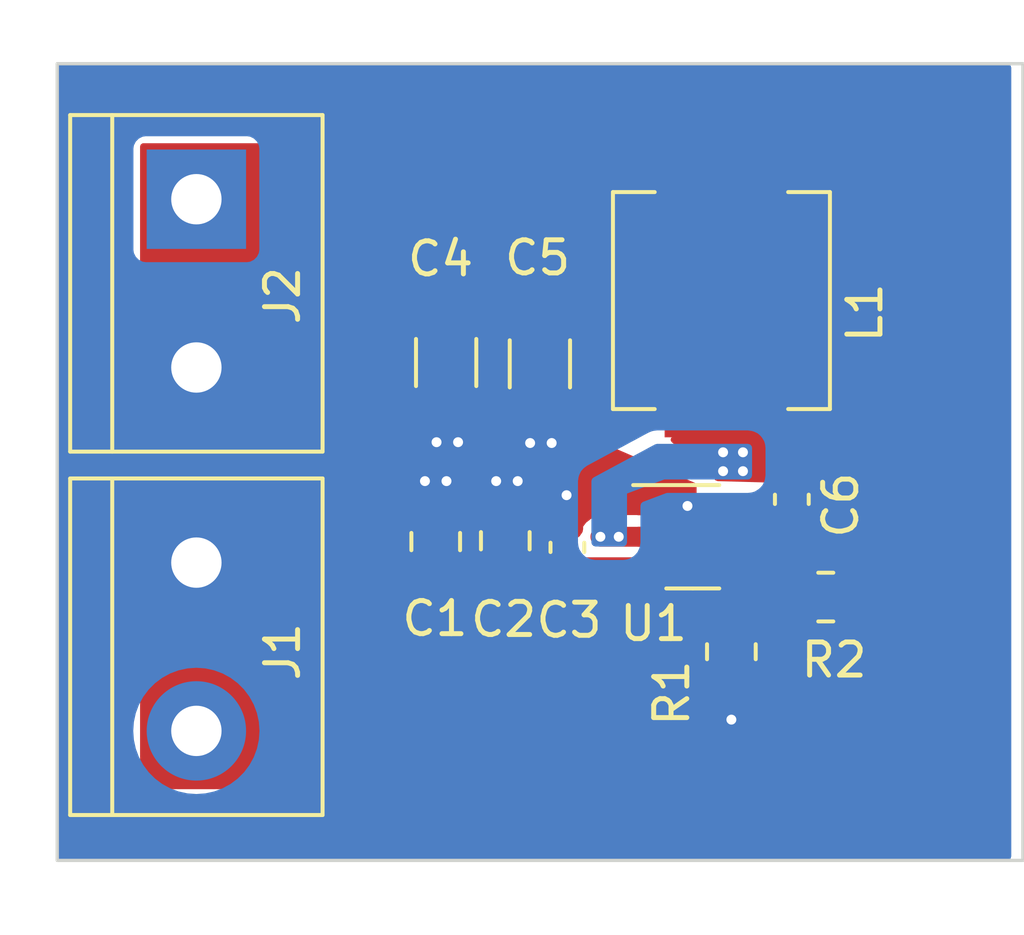
<source format=kicad_pcb>
(kicad_pcb (version 20240108) (generator "pcbnew") (generator_version "8.0")
  (layers (0 "F.Cu" signal) (31 "B.Cu" signal) (34 "B.Paste" user) (35 "F.Paste" user) (36 "B.SilkS" user "B.Silkscreen") (37 "F.SilkS" user "F.Silkscreen") (38 "B.Mask" user) (39 "F.Mask" user) (44 "Edge.Cuts" user))
  (net 0 "")
  (net 1 "VIN")
  (net 2 "GND")
  (net 3 "Net-(U1-VBST)")
  (net 4 "/SW")
  (net 5 "VOUT")
  (net 6 "/FB")
  (footprint "Resistor_SMD:R_0805_2012Metric" (layer "F.Cu") (at 41.45 39.85 -90)
    (property "Reference" "R1" (at 1.25 1.8 90) (layer "F.SilkS"))
    (property "Value" "10k")
    (fp_line (start -0.227064 0.735) (end 0.227064 0.735) (stroke (width 0.12)) (layer "F.SilkS"))
    (fp_line (start -0.227064 -0.735) (end 0.227064 -0.735) (stroke (width 0.12)) (layer "F.SilkS"))
    (pad "1" smd roundrect (at -0.9125 0 270) (size 1.025 1.4) (layers "F.Cu" "F.Paste" "F.Mask") (roundrect_rratio 0.243902) (net 6 "/FB"))
    (pad "2" smd roundrect (at 0.9125 0 270) (size 1.025 1.4) (layers "F.Cu" "F.Paste" "F.Mask") (roundrect_rratio 0.243902) (net 2 "GND"))
  )
  (footprint "TerminalBlock:TerminalBlock_bornier-2_P5.08mm" (layer "F.Cu") (at 25.3 26.19 -90)
    (property "Reference" "J2" (at 2.91 -2.6 90) (layer "F.SilkS"))
    (property "Value" "Screw_Terminal_01x03")
    (fp_line (start -2.54 3.81) (end 7.62 3.81) (stroke (width 0.12)) (layer "F.SilkS"))
    (fp_line (start 7.62 3.81) (end 7.62 -3.81) (stroke (width 0.12)) (layer "F.SilkS"))
    (fp_line (start 7.62 2.54) (end -2.54 2.54) (stroke (width 0.12)) (layer "F.SilkS"))
    (fp_line (start -2.54 -3.81) (end -2.54 3.81) (stroke (width 0.12)) (layer "F.SilkS"))
    (fp_line (start 7.62 -3.81) (end -2.54 -3.81) (stroke (width 0.12)) (layer "F.SilkS"))
    (pad "1" thru_hole rect (at 0 0 270) (size 3 3) (drill 1.52) (layers "*.Cu" "*.Mask") (net 5 "VOUT"))
    (pad "2" thru_hole circle (at 5.08 0 270) (size 3 3) (drill 1.52) (layers "*.Cu" "*.Mask") (net 2 "GND"))
  )
  (footprint "Package_TO_SOT_SMD:SOT-23-6" (layer "F.Cu") (at 40.285 36.38)
    (property "Reference" "U1" (at -1.185 2.62 0) (layer "F.SilkS"))
    (property "Value" "TPS562200")
    (fp_line (start 0 -1.56) (end -1.8 -1.56) (stroke (width 0.12)) (layer "F.SilkS"))
    (fp_line (start 0 -1.56) (end 0.8 -1.56) (stroke (width 0.12)) (layer "F.SilkS"))
    (fp_line (start 0 1.56) (end -0.8 1.56) (stroke (width 0.12)) (layer "F.SilkS"))
    (fp_line (start 0 1.56) (end 0.8 1.56) (stroke (width 0.12)) (layer "F.SilkS"))
    (pad "1" smd roundrect (at -1.1375 -0.95) (size 1.325 0.6) (layers "F.Cu" "F.Paste" "F.Mask") (net 2 "GND"))
    (pad "2" smd roundrect (at -1.1375 0) (size 1.325 0.6) (layers "F.Cu" "F.Paste" "F.Mask") (net 4 "/SW"))
    (pad "3" smd roundrect (at -1.1375 0.95) (size 1.325 0.6) (layers "F.Cu" "F.Paste" "F.Mask") (net 1 "VIN"))
    (pad "4" smd roundrect (at 1.1375 0.95) (size 1.325 0.6) (layers "F.Cu" "F.Paste" "F.Mask") (net 6 "/FB"))
    (pad "5" smd roundrect (at 1.1375 0) (size 1.325 0.6) (layers "F.Cu" "F.Paste" "F.Mask") (net 1 "VIN"))
    (pad "6" smd roundrect (at 1.1375 -0.95) (size 1.325 0.6) (layers "F.Cu" "F.Paste" "F.Mask") (net 3 "Net-(U1-VBST)"))
  )
  (footprint "Capacitor_SMD:C_0603_1608Metric" (layer "F.Cu") (at 36.5 36.7 90)
    (property "Reference" "C3" (at -2.2 0.05 180) (layer "F.SilkS"))
    (property "Value" "100n")
    (fp_line (start -0.14058 -0.51) (end 0.14058 -0.51) (stroke (width 0.12)) (layer "F.SilkS"))
    (fp_line (start -0.14058 0.51) (end 0.14058 0.51) (stroke (width 0.12)) (layer "F.SilkS"))
    (pad "1" smd roundrect (at -0.775 0 90) (size 0.9 0.95) (layers "F.Cu" "F.Paste" "F.Mask") (net 1 "VIN"))
    (pad "2" smd roundrect (at 0.775 0 90) (size 0.9 0.95) (layers "F.Cu" "F.Paste" "F.Mask") (net 2 "GND"))
  )
  (footprint "Resistor_SMD:R_0805_2012Metric" (layer "F.Cu") (at 44.3 38.2)
    (property "Reference" "R2" (at 0.25 1.9 0) (layer "F.SilkS"))
    (property "Value" "68k")
    (fp_line (start -0.227064 -0.735) (end 0.227064 -0.735) (stroke (width 0.12)) (layer "F.SilkS"))
    (fp_line (start -0.227064 0.735) (end 0.227064 0.735) (stroke (width 0.12)) (layer "F.SilkS"))
    (pad "1" smd roundrect (at -0.9125 0) (size 1.025 1.4) (layers "F.Cu" "F.Paste" "F.Mask") (roundrect_rratio 0.243902) (net 6 "/FB"))
    (pad "2" smd roundrect (at 0.9125 0) (size 1.025 1.4) (layers "F.Cu" "F.Paste" "F.Mask") (roundrect_rratio 0.243902) (net 5 "VOUT"))
  )
  (footprint "Capacitor_SMD:C_0805_2012Metric" (layer "F.Cu") (at 32.525 36.525 90)
    (property "Reference" "C1" (at -2.325 -0.025 180) (layer "F.SilkS"))
    (property "Value" "10u")
    (fp_line (start -0.261252 -0.735) (end 0.261252 -0.735) (stroke (width 0.12)) (layer "F.SilkS"))
    (fp_line (start -0.261252 0.735) (end 0.261252 0.735) (stroke (width 0.12)) (layer "F.SilkS"))
    (pad "1" smd roundrect (at -0.95 0 90) (size 1 1.45) (layers "F.Cu" "F.Paste" "F.Mask") (net 1 "VIN"))
    (pad "2" smd roundrect (at 0.95 0 90) (size 1 1.45) (layers "F.Cu" "F.Paste" "F.Mask") (net 2 "GND"))
  )
  (footprint "Capacitor_SMD:C_0603_1608Metric" (layer "F.Cu") (at 43.275 35.25 90)
    (property "Reference" "C6" (at -0.175 1.475 90) (layer "F.SilkS"))
    (property "Value" "100n")
    (fp_line (start -0.14058 -0.51) (end 0.14058 -0.51) (stroke (width 0.12)) (layer "F.SilkS"))
    (fp_line (start -0.14058 0.51) (end 0.14058 0.51) (stroke (width 0.12)) (layer "F.SilkS"))
    (pad "1" smd roundrect (at -0.775 0 90) (size 0.9 0.95) (layers "F.Cu" "F.Paste" "F.Mask") (net 3 "Net-(U1-VBST)"))
    (pad "2" smd roundrect (at 0.775 0 90) (size 0.9 0.95) (layers "F.Cu" "F.Paste" "F.Mask") (net 4 "/SW"))
  )
  (footprint "Inductor_SMD:L_Vishay_IHLP-2525" (layer "F.Cu") (at 41.15 29.25 90)
    (property "Reference" "L1" (at -0.37 4.33 90) (layer "F.SilkS"))
    (property "Value" "4u7")
    (fp_line (start 3.275 -3.275) (end 3.275 -2.0145) (stroke (width 0.12)) (layer "F.SilkS"))
    (fp_line (start -3.275 -3.275) (end 3.275 -3.275) (stroke (width 0.12)) (layer "F.SilkS"))
    (fp_line (start -3.275 -2.0145) (end -3.275 -3.275) (stroke (width 0.12)) (layer "F.SilkS"))
    (fp_line (start -3.275 2.0145) (end -3.275 3.275) (stroke (width 0.12)) (layer "F.SilkS"))
    (fp_line (start 3.275 3.275) (end 3.275 2.0145) (stroke (width 0.12)) (layer "F.SilkS"))
    (fp_line (start -3.275 3.275) (end 3.275 3.275) (stroke (width 0.12)) (layer "F.SilkS"))
    (pad "1" smd rect (at -2.921 0 90) (size 2.413 3.429) (layers "F.Cu" "F.Paste" "F.Mask") (net 4 "/SW"))
    (pad "2" smd rect (at 2.921 0 90) (size 2.413 3.429) (layers "F.Cu" "F.Paste" "F.Mask") (net 5 "VOUT"))
  )
  (footprint "Capacitor_SMD:C_1206_3216Metric" (layer "F.Cu") (at 32.84 31.12 -90)
    (property "Reference" "C4" (at -3.13 0.17 180) (layer "F.SilkS"))
    (property "Value" "22u")
    (fp_line (start -0.711252 0.91) (end 0.711252 0.91) (stroke (width 0.12)) (layer "F.SilkS"))
    (fp_line (start -0.711252 -0.91) (end 0.711252 -0.91) (stroke (width 0.12)) (layer "F.SilkS"))
    (pad "1" smd roundrect (at -1.475 0 270) (size 1.15 1.8) (layers "F.Cu" "F.Paste" "F.Mask") (roundrect_rratio 0.217391) (net 5 "VOUT"))
    (pad "2" smd roundrect (at 1.475 0 270) (size 1.15 1.8) (layers "F.Cu" "F.Paste" "F.Mask") (roundrect_rratio 0.217391) (net 2 "GND"))
  )
  (footprint "Capacitor_SMD:C_0805_2012Metric" (layer "F.Cu") (at 34.625 36.5 90)
    (property "Reference" "C2" (at -2.375 -0.05 180) (layer "F.SilkS"))
    (property "Value" "10u")
    (fp_line (start -0.261252 -0.735) (end 0.261252 -0.735) (stroke (width 0.12)) (layer "F.SilkS"))
    (fp_line (start -0.261252 0.735) (end 0.261252 0.735) (stroke (width 0.12)) (layer "F.SilkS"))
    (pad "1" smd roundrect (at -0.95 0 90) (size 1 1.45) (layers "F.Cu" "F.Paste" "F.Mask") (net 1 "VIN"))
    (pad "2" smd roundrect (at 0.95 0 90) (size 1 1.45) (layers "F.Cu" "F.Paste" "F.Mask") (net 2 "GND"))
  )
  (footprint "TerminalBlock:TerminalBlock_bornier-2_P5.08mm" (layer "F.Cu") (at 25.3 37.16 -90)
    (property "Reference" "J1" (at 2.69 -2.6 90) (layer "F.SilkS"))
    (property "Value" "Screw_Terminal_01x02")
    (fp_line (start -2.54 3.81) (end 7.62 3.81) (stroke (width 0.12)) (layer "F.SilkS"))
    (fp_line (start 7.62 3.81) (end 7.62 -3.81) (stroke (width 0.12)) (layer "F.SilkS"))
    (fp_line (start 7.62 2.54) (end -2.54 2.54) (stroke (width 0.12)) (layer "F.SilkS"))
    (fp_line (start -2.54 -3.81) (end -2.54 3.81) (stroke (width 0.12)) (layer "F.SilkS"))
    (fp_line (start 7.62 -3.81) (end -2.54 -3.81) (stroke (width 0.12)) (layer "F.SilkS"))
    (pad "1" thru_hole rect (at 0 0 270) (size 3 3) (drill 1.52) (layers "*.Cu" "*.Mask") (net 2 "GND"))
    (pad "2" thru_hole circle (at 5.08 0 270) (size 3 3) (drill 1.52) (layers "*.Cu" "*.Mask") (net 1 "VIN"))
  )
  (footprint "Capacitor_SMD:C_1206_3216Metric" (layer "F.Cu") (at 35.67 31.16 -90)
    (property "Reference" "C5" (at -3.2 0.07 180) (layer "F.SilkS"))
    (property "Value" "22u")
    (fp_line (start -0.711252 0.91) (end 0.711252 0.91) (stroke (width 0.12)) (layer "F.SilkS"))
    (fp_line (start -0.711252 -0.91) (end 0.711252 -0.91) (stroke (width 0.12)) (layer "F.SilkS"))
    (pad "1" smd roundrect (at -1.475 0 270) (size 1.15 1.8) (layers "F.Cu" "F.Paste" "F.Mask") (roundrect_rratio 0.217391) (net 5 "VOUT"))
    (pad "2" smd roundrect (at 1.475 0 270) (size 1.15 1.8) (layers "F.Cu" "F.Paste" "F.Mask") (roundrect_rratio 0.217391) (net 2 "GND"))
  )
  (gr_rect (start 21.1 22.1) (end 50.25 46.15) (stroke (width 0.1)) (fill none) (layer "Edge.Cuts"))
  (segment (start 39.87 37.33) (end 40.82 36.38) (width 0.25) (layer "F.Cu") (net 1))
  (segment (start 40.82 36.38) (end 41.4225 36.38) (width 0.25) (layer "F.Cu") (net 1))
  (segment (start 39.1475 37.33) (end 39.87 37.33) (width 0.25) (layer "F.Cu") (net 1))
  (segment (start 40.105 35.43) (end 40.125 35.45) (width 0.25) (layer "F.Cu") (net 2))
  (segment (start 41.45 41.9) (end 41.45 40.7625) (width 0.25) (layer "F.Cu") (net 2))
  (via (at 33.2 33.525) (size 0.5) (drill 0.3) (layers "F.Cu" "B.Cu") (net 2))
  (via (at 40.125 35.45) (size 0.5) (drill 0.3) (layers "F.Cu" "B.Cu") (net 2))
  (via (at 35 34.7) (size 0.5) (drill 0.3) (layers "F.Cu" "B.Cu") (net 2))
  (via (at 32.2 34.7) (size 0.5) (drill 0.3) (layers "F.Cu" "B.Cu") (net 2))
  (via (at 32.85 34.7) (size 0.5) (drill 0.3) (layers "F.Cu" "B.Cu") (net 2))
  (via (at 34.35 34.7) (size 0.5) (drill 0.3) (layers "F.Cu" "B.Cu") (net 2))
  (via (at 32.55 33.525) (size 0.5) (drill 0.3) (layers "F.Cu" "B.Cu") (net 2))
  (via (at 35.375 33.55) (size 0.5) (drill 0.3) (layers "F.Cu" "B.Cu") (net 2))
  (via (at 36.475 35.125) (size 0.5) (drill 0.3) (layers "F.Cu" "B.Cu") (net 2))
  (via (at 41.45 41.9) (size 0.5) (drill 0.3) (layers "F.Cu" "B.Cu") (net 2))
  (via (at 36.025 33.55) (size 0.5) (drill 0.3) (layers "F.Cu" "B.Cu") (net 2))
  (segment (start 42.655 35.43) (end 43.25 36.025) (width 0.25) (layer "F.Cu") (net 3))
  (segment (start 41.4225 35.43) (end 42.655 35.43) (width 0.25) (layer "F.Cu") (net 3))
  (segment (start 39.1475 36.38) (end 37.496 36.38) (width 0.6) (layer "F.Cu") (net 4))
  (segment (start 37.496 36.38) (end 38.15 36.38) (width 0.25) (layer "F.Cu") (net 4))
  (via (at 41.2 34.4) (size 0.5) (drill 0.3) (layers "F.Cu" "B.Cu") (net 4))
  (via (at 41.8 34.4) (size 0.5) (drill 0.3) (layers "F.Cu" "B.Cu") (net 4))
  (via (at 38.05 36.38) (size 0.5) (drill 0.3) (layers "F.Cu" "B.Cu") (net 4))
  (via (at 41.2 33.83) (size 0.5) (drill 0.3) (layers "F.Cu" "B.Cu") (net 4))
  (via (at 41.8 33.83) (size 0.5) (drill 0.3) (layers "F.Cu" "B.Cu") (net 4))
  (via (at 37.496 36.38) (size 0.5) (drill 0.3) (layers "F.Cu" "B.Cu") (net 4))
  (segment (start 45.2125 28.4125) (end 43.129 26.329) (width 0.25) (layer "F.Cu") (net 5))
  (segment (start 43.129 26.329) (end 41.15 26.329) (width 0.25) (layer "F.Cu") (net 5))
  (segment (start 45.2125 38.2) (end 45.2125 28.4125) (width 0.25) (layer "F.Cu") (net 5))
  (zone (net 4) (net_name "/SW") (layer "F.Cu") (priority 1) (connect_pads yes (clearance 0.3)) (min_thickness 0.2) (fill yes (thermal_gap 0.5) (thermal_bridge_width 0.5))
    (polygon (pts (xy 39.45 33.35) (xy 41 34.7) (xy 42.8 34.75) (xy 43.65 34.05) (xy 42.8 33.35)))
  )
  (zone (net 5) (net_name "VOUT") (layer "F.Cu") (priority 6) (connect_pads yes (clearance 0.3)) (min_thickness 0.2) (fill yes (thermal_gap 0.5) (thermal_bridge_width 0.5))
    (polygon (pts (xy 23.6 24.5) (xy 43.05 24.5) (xy 43.05 27.55) (xy 37.9 27.55) (xy 36.8 28.85) (xy 36.85 30.95) (xy 31.35 30.95) (xy 27.45 28.55) (xy 23.6 28.55)))
  )
  (zone (net 1) (net_name "VIN") (layer "F.Cu") (priority 5) (connect_pads yes (clearance 0.3)) (min_thickness 0.2) (fill yes (thermal_gap 0.5) (thermal_bridge_width 0.5))
    (polygon (pts (xy 23.6 39.15) (xy 23.6 44) (xy 33.55 44) (xy 39.75 39.45) (xy 39.75 37) (xy 30.8 37) (xy 28.7 39.15)))
  )
  (zone (net 2) (net_name "GND") (layer "F.Cu") (priority 4) (connect_pads yes (clearance 0.3)) (min_thickness 0.2) (fill yes (thermal_gap 0.5) (thermal_bridge_width 0.5))
    (polygon (pts (xy 23.6 38.85) (xy 28.25 38.85) (xy 30.75 36.25) (xy 35.35 36.25) (xy 36 36.4) (xy 36.85 36.4) (xy 37.3 35.725) (xy 40.4 35.725) (xy 40.4 34.775) (xy 37.45 33.5) (xy 36.9 33.45) (xy 36.9 31.675) (xy 31.3 31.675) (xy 27.3 29.2) (xy 23.6 29.2)))
  )
  (zone (net 6) (net_name "/FB") (layer "F.Cu") (priority 3) (connect_pads yes (clearance 0.4)) (min_thickness 0.2) (fill yes (thermal_gap 0.5) (thermal_bridge_width 0.5))
    (polygon (pts (xy 43.911818 37.050498) (xy 43.886818 38.900498) (xy 40.736818 38.900498) (xy 40.761818 37.050498) (xy 40.811818 37.050498)))
  )
  (zone (net 2) (net_name "GND") (layer "B.Cu") (connect_pads yes (clearance 0.4)) (min_thickness 0.25) (fill yes (thermal_gap 0.5) (thermal_bridge_width 0.5))
    (polygon (pts (xy 20.5 21.5) (xy 49.9 21.5) (xy 49.9 48.4) (xy 20.5 48.4)))
  )
  (zone (net 4) (net_name "/SW") (layer "B.Cu") (priority 2) (connect_pads yes (clearance 0.4)) (min_thickness 0.25) (fill yes (thermal_gap 0.5) (thermal_bridge_width 0.5))
    (polygon (pts (xy 38.3 36.675) (xy 38.3 35.075) (xy 39.425 34.65) (xy 42.075 34.65) (xy 42.075 33.575) (xy 39.175 33.575) (xy 37.225 34.625) (xy 37.225 36.675)))
  )
)
</source>
